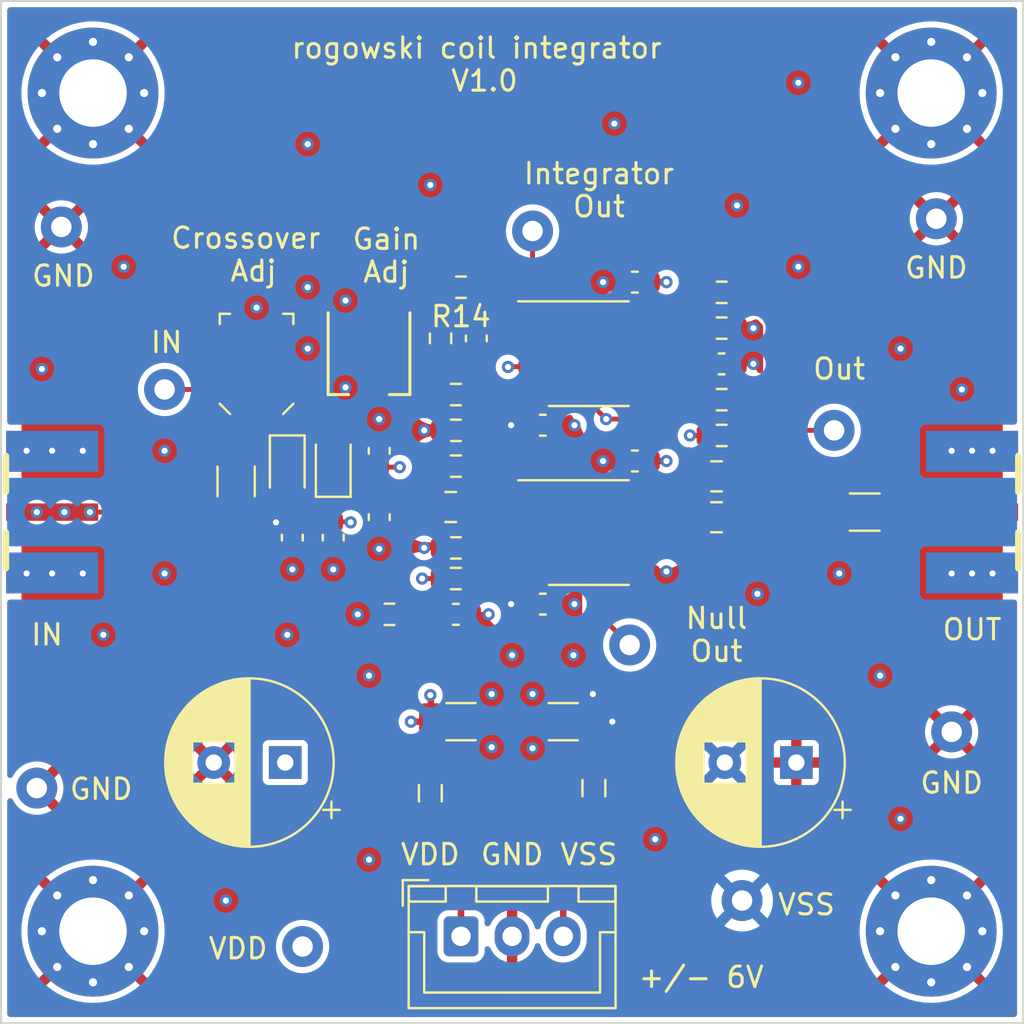
<source format=kicad_pcb>
(kicad_pcb (version 20211014) (generator pcbnew)
  (layers (0 "F.Cu" signal) (1 "In1.Cu" signal) (2 "In2.Cu" signal) (31 "B.Cu" signal) (34 "B.Paste" user) (35 "F.Paste" user) (36 "B.SilkS" user "B.Silkscreen") (37 "F.SilkS" user "F.Silkscreen") (38 "B.Mask" user) (39 "F.Mask" user) (44 "Edge.Cuts" user))
  (net 0 "")
  (net 1 "VDD")
  (net 2 "GND")
  (net 3 "VSS")
  (net 4 "Net-(C10-Pad1)")
  (net 5 "Net-(C14-Pad1)")
  (net 6 "Net-(C14-Pad2)")
  (net 7 "Net-(C15-Pad1)")
  (net 8 "Net-(C15-Pad2)")
  (net 9 "Net-(C16-Pad1)")
  (net 10 "Net-(C17-Pad2)")
  (net 11 "Net-(C19-Pad1)")
  (net 12 "Net-(FB1-Pad2)")
  (net 13 "Net-(FB2-Pad1)")
  (net 14 "Net-(J1-Pad1)")
  (net 15 "Net-(J7-Pad1)")
  (net 16 "Net-(R2-Pad2)")
  (net 17 "Net-(R5-Pad1)")
  (net 18 "Net-(R11-Pad1)")
  (net 19 "Net-(R12-Pad1)")
  (net 20 "Net-(U1-Pad6)")
  (net 21 "Net-(C17-Pad1)")
  (footprint "wbraun_smd:M3-tight-fit-socket-head" (layer "F.Cu") (at 195.5 79.5)
    (fp_text reference "J4" hide)
    (fp_text value "DNP" hide)
  )
  (footprint "Capacitor_SMD:C_0603_1608Metric" (layer "F.Cu") (at 181 97.5 180)
    (fp_text reference "C5" hide)
    (fp_text value "0.47u" hide)
  )
  (footprint "Package_SO:SOIC-8_3.9x4.9mm_P1.27mm" (layer "F.Cu") (at 178.75 101)
    (fp_text reference "U1" hide)
    (fp_text value "TLV2172" hide)
  )
  (footprint "Capacitor_SMD:C_0603_1608Metric" (layer "F.Cu") (at 168.5 100.25 -90)
    (fp_text reference "C9" hide)
    (fp_text value "150p" hide)
  )
  (footprint "Resistor_SMD:R_1206_3216Metric" (layer "F.Cu") (at 161.5 98.5 90)
    (fp_text reference "R1" hide)
    (fp_text value "47" hide)
  )
  (footprint "Diode_SMD:D_SOD-323F" (layer "F.Cu") (at 166.25 97.75 90)
    (fp_text reference "D1" hide)
    (fp_text value "1N4148" hide)
  )
  (footprint "Capacitor_SMD:C_0603_1608Metric" (layer "F.Cu") (at 164.25 101.25 90)
    (fp_text reference "C8" hide)
    (fp_text value "0.47u" hide)
  )
  (footprint "Resistor_SMD:R_0603_1608Metric" (layer "F.Cu") (at 185.25 94.5 180)
    (fp_text reference "R10" hide)
    (fp_text value "220" hide)
  )
  (footprint "Inductor_SMD:L_0805_2012Metric" (layer "F.Cu") (at 171 113.75 -90)
    (fp_text reference "FB1" hide)
    (fp_text value "FerriteBead_Small" hide)
  )
  (footprint "Capacitor_SMD:C_0603_1608Metric" (layer "F.Cu") (at 173.25 91.5 90)
    (fp_text reference "C14" hide)
    (fp_text value "330p" hide)
  )
  (footprint "Capacitor_SMD:C_0603_1608Metric" (layer "F.Cu") (at 166.25 101.25 -90)
    (fp_text reference "C7" hide)
    (fp_text value "0.47u" hide)
  )
  (footprint "wbraun_smd:THM_COMPACT" (layer "F.Cu") (at 164.75 121.25)
    (fp_text reference "TP9" hide)
    (fp_text value "TestPoint" hide)
  )
  (footprint "wbraun_smd:THM_COMPACT" (layer "F.Cu") (at 151.75 113.5)
    (fp_text reference "TP4" hide)
    (fp_text value "TestPoint" hide)
  )
  (footprint "Inductor_SMD:L_0805_2012Metric" (layer "F.Cu") (at 179 113.5 90)
    (fp_text reference "FB2" hide)
    (fp_text value "FerriteBead_Small" hide)
  )
  (footprint "wbraun_smd:THM_COMPACT" (layer "F.Cu") (at 190.75 96)
    (fp_text reference "TP8" hide)
    (fp_text value "TestPoint" hide)
  )
  (footprint "Capacitor_THT:CP_Radial_D8.0mm_P3.50mm" (layer "F.Cu") (at 163.902651 112.25 180)
    (fp_text reference "C1" hide)
    (fp_text value "220u" hide)
  )
  (footprint "wbraun_smd:THM_COMPACT" (layer "F.Cu") (at 195.75 85.65)
    (fp_text reference "TP7" hide)
    (fp_text value "TestPoint" hide)
  )
  (footprint "wbraun_smd:THM_COMPACT" (layer "F.Cu") (at 152.95 86.05)
    (fp_text reference "TP6" hide)
    (fp_text value "TestPoint" hide)
  )
  (footprint "Capacitor_SMD:C_1206_3216Metric" (layer "F.Cu") (at 172.5 110.25)
    (fp_text reference "C3" hide)
    (fp_text value "10u" hide)
  )
  (footprint "wbraun_smd:SMA-Edge-China" (layer "F.Cu") (at 152.5 100)
    (fp_text reference "J1" hide)
    (fp_text value "Conn_Coaxial" hide)
  )
  (footprint "Capacitor_SMD:C_0805_2012Metric" (layer "F.Cu") (at 172 99.75)
    (fp_text reference "C15" hide)
    (fp_text value "47n" hide)
  )
  (footprint "Capacitor_THT:CP_Radial_D8.0mm_P3.50mm" (layer "F.Cu") (at 188.902651 112.25 180)
    (fp_text reference "C2" hide)
    (fp_text value "220u" hide)
  )
  (footprint "Connector_JST:JST_XH_B3B-XH-A_1x03_P2.50mm_Vertical" (layer "F.Cu") (at 172.5 120.75)
    (fp_text reference "J2" hide)
    (fp_text value "JST-XH" hide)
  )
  (footprint "Capacitor_SMD:C_0603_1608Metric" (layer "F.Cu") (at 181 88.75 180)
    (fp_text reference "C12" hide)
    (fp_text value "0.47u" hide)
  )
  (footprint "wbraun_smd:THM_COMPACT" (layer "F.Cu") (at 196.5 110.75)
    (fp_text reference "TP5" hide)
    (fp_text value "TestPoint" hide)
  )
  (footprint "wbraun_smd:TRIMMER_PVG3A" (layer "F.Cu") (at 168 92.25 180)
    (fp_text reference "RV1" hide)
    (fp_text value "200" hide)
  )
  (footprint "Resistor_SMD:R_0603_1608Metric" (layer "F.Cu") (at 185.25 89.25 180)
    (fp_text reference "R12" hide)
    (fp_text value "2k" hide)
  )
  (footprint "Resistor_SMD:R_0603_1608Metric" (layer "F.Cu") (at 171.5 91.5 -90)
    (fp_text reference "R5" hide)
    (fp_text value "365" hide)
  )
  (footprint "Capacitor_SMD:C_1206_3216Metric" (layer "F.Cu") (at 177.5 110.25)
    (fp_text reference "C4" hide)
    (fp_text value "10u" hide)
  )
  (footprint "Resistor_SMD:R_0603_1608Metric" (layer "F.Cu") (at 172.25 101.75 180)
    (fp_text reference "R6" hide)
    (fp_text value "22k" hide)
  )
  (footprint "Capacitor_SMD:C_0805_2012Metric" (layer "F.Cu") (at 185 100.25)
    (fp_text reference "C18" hide)
    (fp_text value "47n" hide)
  )
  (footprint "Resistor_SMD:R_1206_3216Metric" (layer "F.Cu") (at 192.25 100 180)
    (fp_text reference "R13" hide)
    (fp_text value "47" hide)
  )
  (footprint "Resistor_SMD:R_0603_1608Metric" (layer "F.Cu") (at 169 105)
    (fp_text reference "R8" hide)
    (fp_text value "2k" hide)
  )
  (footprint "wbraun_smd:THM_COMPACT" (layer "F.Cu") (at 186.25 119)
    (fp_text reference "TP10" hide)
    (fp_text value "TestPoint" hide)
  )
  (footprint "Capacitor_SMD:C_0603_1608Metric" (layer "F.Cu") (at 168.5 97 90)
    (fp_text reference "C10" hide)
    (fp_text value "22p" hide)
  )
  (footprint "Resistor_SMD:R_0603_1608Metric" (layer "F.Cu") (at 185.25 91)
    (fp_text reference "R11" hide)
    (fp_text value "2k" hide)
  )
  (footprint "Capacitor_SMD:C_0603_1608Metric" (layer "F.Cu") (at 172.25 105)
    (fp_text reference "C16" hide)
    (fp_text value "DNP" hide)
  )
  (footprint "wbraun_smd:THM_COMPACT" (layer "F.Cu") (at 176 86.25)
    (fp_text reference "TP3" hide)
    (fp_text value "TestPoint" hide)
  )
  (footprint "Resistor_SMD:R_0603_1608Metric" (layer "F.Cu") (at 172.25 94.25)
    (fp_text reference "R2" hide)
    (fp_text value "4.7k" hide)
  )
  (footprint "wbraun_smd:THM_COMPACT" (layer "F.Cu") (at 158 94)
    (fp_text reference "TP1" hide)
    (fp_text value "TestPoint" hide)
  )
  (footprint "Resistor_SMD:R_0603_1608Metric" (layer "F.Cu") (at 185.25 96.25)
    (fp_text reference "R9" hide)
    (fp_text value "10k" hide)
  )
  (footprint "Capacitor_SMD:C_0603_1608Metric" (layer "F.Cu") (at 176.5 104.5 180)
    (fp_text reference "C6" hide)
    (fp_text value "0.47u" hide)
  )
  (footprint "Resistor_SMD:R_0603_1608Metric" (layer "F.Cu") (at 172.25 96)
    (fp_text reference "R3" hide)
    (fp_text value "10k" hide)
  )
  (footprint "wbraun_smd:THM_COMPACT" (layer "F.Cu") (at 180.75 106.5)
    (fp_text reference "TP2" hide)
    (fp_text value "TestPoint" hide)
  )
  (footprint "Package_SO:SOIC-8_3.9x4.9mm_P1.27mm" (layer "F.Cu") (at 178.75 92.25)
    (fp_text reference "U2" hide)
    (fp_text value "OPA2822" hide)
  )
  (footprint "Resistor_SMD:R_0603_1608Metric" (layer "F.Cu") (at 172.25 103.25 180)
    (fp_text reference "R7" hide)
    (fp_text value "47k" hide)
  )
  (footprint "Resistor_SMD:R_0603_1608Metric" (layer "F.Cu") (at 172.25 97.75 180)
    (fp_text reference "R4" hide)
    (fp_text value "47k" hide)
  )
  (footprint "wbraun_smd:M3-tight-fit-socket-head" (layer "F.Cu") (at 154.5 79.5)
    (fp_text reference "J3" hide)
    (fp_text value "DNP" hide)
  )
  (footprint "Capacitor_SMD:C_Trimmer_Voltronics_JZ" (layer "F.Cu") (at 162.5 92.75 90)
    (fp_text reference "C11" hide)
    (fp_text value "8-40p" hide)
  )
  (footprint "Capacitor_SMD:C_0603_1608Metric" (layer "F.Cu") (at 185.25 92.75)
    (fp_text reference "C19" hide)
    (fp_text value "22p" hide)
  )
  (footprint "wbraun_smd:M3-tight-fit-socket-head" (layer "F.Cu") (at 195.5 120.5)
    (fp_text reference "J6" hide)
    (fp_text value "DNP" hide)
  )
  (footprint "wbraun_smd:M3-tight-fit-socket-head" (layer "F.Cu") (at 154.5 120.5)
    (fp_text reference "J5" hide)
    (fp_text value "DNP" hide)
  )
  (footprint "Resistor_SMD:R_0603_1608Metric" (layer "F.Cu") (at 172.5 89 180)
    (fp_text reference "R14")
    (fp_text value "0")
  )
  (footprint "Diode_SMD:D_SOD-323F" (layer "F.Cu") (at 164 97.75 -90)
    (fp_text reference "D2" hide)
    (fp_text value "1N4148" hide)
  )
  (footprint "wbraun_smd:SMA-Edge-China" (layer "F.Cu") (at 197.5 100 180)
    (fp_text reference "J7" hide)
    (fp_text value "Conn_Coaxial" hide)
  )
  (footprint "Capacitor_SMD:C_0805_2012Metric" (layer "F.Cu") (at 185 98.25)
    (fp_text reference "C17" hide)
    (fp_text value "47n" hide)
  )
  (footprint "Capacitor_SMD:C_0603_1608Metric" (layer "F.Cu") (at 176.5 95.75 180)
    (fp_text reference "C13" hide)
    (fp_text value "0.47u" hide)
  )
  (gr_line (start 200 125) (end 200 75) (layer "Edge.Cuts") (width 0.1))
  (gr_line (start 200 75) (end 150 75) (layer "Edge.Cuts") (width 0.1))
  (gr_line (start 150 75) (end 150 125) (layer "Edge.Cuts") (width 0.1))
  (gr_line (start 150 125) (end 200 125) (layer "Edge.Cuts") (width 0.1))
  (gr_text "Null\nOut" (at 185 106) (layer "F.SilkS") (effects (font (size 1 1))))
  (gr_text "VDD" (at 171 116.75) (layer "F.SilkS") (effects (font (size 1 1))))
  (gr_text "GND" (at 154.9 113.55) (layer "F.SilkS") (effects (font (size 1 1))))
  (gr_text "OUT" (at 197.5 105.75) (layer "F.SilkS") (effects (font (size 1 1))))
  (gr_text "Gain\nAdj" (at 168.85 87.45) (layer "F.SilkS") (effects (font (size 1 1))))
  (gr_text "Out" (at 191 93) (layer "F.SilkS") (effects (font (size 1 1))))
  (gr_text "GND" (at 195.75 88.05) (layer "F.SilkS") (effects (font (size 1 1))))
  (gr_text "IN" (at 158.1 91.7) (layer "F.SilkS") (effects (font (size 1 1))))
  (gr_text "GND" (at 153.05 88.45) (layer "F.SilkS") (effects (font (size 1 1))))
  (gr_text "rogowski coil integrator \nV1.0" (at 173.65 78.1) (layer "F.SilkS") (effects (font (size 1 1))))
  (gr_text "VDD" (at 161.6 121.35) (layer "F.SilkS") (effects (font (size 1 1))))
  (gr_text "GND" (at 196.5 113.25) (layer "F.SilkS") (effects (font (size 1 1))))
  (gr_text "VSS" (at 189.4 119.2) (layer "F.SilkS") (effects (font (size 1 1))))
  (gr_text "VSS" (at 178.75 116.75) (layer "F.SilkS") (effects (font (size 1 1))))
  (gr_text "+/- 6V" (at 184.25 122.75) (layer "F.SilkS") (effects (font (size 1 1))))
  (gr_text "Integrator\nOut" (at 179.25 84.25) (layer "F.SilkS") (effects (font (size 1 1))))
  (gr_text "GND" (at 175 116.75) (layer "F.SilkS") (effects (font (size 1 1))))
  (gr_text "IN" (at 152.25 106) (layer "F.SilkS") (effects (font (size 1 1))))
  (gr_text "Crossover \nAdj" (at 162.35 87.4) (layer "F.SilkS") (effects (font (size 1 1))))
  (segment (start 181.225 98.675) (end 181.225 99.095) (width 0.32) (layer "F.Cu") (net 1))
  (segment (start 171 110.275) (end 171.025 110.25) (width 0.32) (layer "F.Cu") (net 1))
  (segment (start 171.025 108.975) (end 171 108.95) (width 0.32) (layer "F.Cu") (net 1))
  (segment (start 181.775 89.375) (end 181.775 88.75) (width 0.32) (layer "F.Cu") (net 1))
  (segment (start 181.775 97.5) (end 181.775 98.125) (width 0.32) (layer "F.Cu") (net 1))
  (segment (start 181.775 88.75) (end 182.55 88.75) (width 0.32) (layer "F.Cu") (net 1))
  (segment (start 171.025 110.25) (end 171.025 108.975) (width 0.32) (layer "F.Cu") (net 1))
  (segment (start 181.775 97.5) (end 182.55 97.5) (width 0.32) (layer "F.Cu") (net 1))
  (segment (start 181.775 98.125) (end 181.225 98.675) (width 0.32) (layer "F.Cu") (net 1))
  (segment (start 166.25 100.475) (end 166.25 98.85) (width 0.24) (layer "F.Cu") (net 1))
  (segment (start 181.225 90.345) (end 181.225 89.925) (width 0.32) (layer "F.Cu") (net 1))
  (segment (start 166.25 100.475) (end 167.075 100.475) (width 0.24) (layer "F.Cu") (net 1))
  (segment (start 167.075 100.475) (end 167.1 100.5) (width 0.24) (layer "F.Cu") (net 1))
  (segment (start 181.225 89.925) (end 181.775 89.375) (width 0.32) (layer "F.Cu") (net 1))
  (segment (start 171.025 110.25) (end 170.05 110.25) (width 0.32) (layer "F.Cu") (net 1))
  (segment (start 171 112.6875) (end 171 110.275) (width 0.32) (layer "F.Cu") (net 1))
  (via (at 182.55 97.5) (size 0.6) (drill 0.3) (layers "F.Cu" "B.Cu") (net 1))
  (via (at 167.1 100.5) (size 0.6) (drill 0.3) (layers "F.Cu" "B.Cu") (net 1))
  (via (at 171 108.95) (size 0.6) (drill 0.3) (layers "F.Cu" "B.Cu") (net 1))
  (via (at 170.05 110.25) (size 0.6) (drill 0.3) (layers "F.Cu" "B.Cu") (net 1))
  (via (at 182.55 88.75) (size 0.6) (drill 0.3) (layers "F.Cu" "B.Cu") (net 1))
  (segment (start 186.025 92.75) (end 186.8 92.75) (width 0.24) (layer "F.Cu") (net 2))
  (segment (start 171.425 101.75) (end 170.7 101.75) (width 0.24) (layer "F.Cu") (net 2))
  (segment (start 173.025 105) (end 173.85 105) (width 0.24) (layer "F.Cu") (net 2))
  (segment (start 168.5 101.025) (end 168.5 101.8) (width 0.24) (layer "F.Cu") (net 2))
  (segment (start 181.225 102.905) (end 182.545 102.905) (width 0.32) (layer "F.Cu") (net 2))
  (segment (start 168.175 105) (end 167.45 105) (width 0.24) (layer "F.Cu") (net 2))
  (segment (start 176.025 110.25) (end 176.025 111.525) (width 0.32) (layer "F.Cu") (net 2))
  (segment (start 184.425 96.25) (end 183.7 96.25) (width 0.24) (layer "F.Cu") (net 2))
  (segment (start 166.25 102.025) (end 166.25 102.8) (width 0.24) (layer "F.Cu") (net 2))
  (segment (start 176.025 108.925) (end 176 108.9) (width 0.32) (layer "F.Cu") (net 2))
  (segment (start 180.225 88.75) (end 179.45 88.75) (width 0.32) (layer "F.Cu") (net 2))
  (segment (start 186.075 91) (end 186.8 91) (width 0.24) (layer "F.Cu") (net 2))
  (segment (start 180.225 97.5) (end 179.45 97.5) (width 0.32) (layer "F.Cu") (net 2))
  (segment (start 182.545 102.905) (end 182.55 102.9) (width 0.32) (layer "F.Cu") (net 2))
  (segment (start 162.5 90.8) (end 162.5 90) (width 0.32) (layer "F.Cu") (net 2))
  (segment (start 176.025 111.525) (end 176 111.55) (width 0.32) (layer "F.Cu") (net 2))
  (segment (start 177.275 104.5) (end 178.05 104.5) (width 0.32) (layer "F.Cu") (net 2))
  (segment (start 173.975 110.25) (end 173.975 111.475) (width 0.32) (layer "F.Cu") (net 2))
  (segment (start 173.975 111.475) (end 174 111.5) (width 0.32) (layer "F.Cu") (net 2))
  (segment (start 176.025 110.25) (end 176.025 108.925) (width 0.32) (layer "F.Cu") (net 2))
  (segment (start 164.25 102.025) (end 164.25 102.8) (width 0.24) (layer "F.Cu") (net 2))
  (segment (start 173.975 108.925) (end 174 108.9) (width 0.32) (layer "F.Cu") (net 2))
  (segment (start 173.975 110.25) (end 173.975 108.925) (width 0.32) (layer "F.Cu") (net 2))
  (segment (start 166.85 90.6) (end 166.85 89.65) (width 0.32) (layer "F.Cu") (net 2))
  (segment (start 177.275 95.75) (end 178.05 95.75) (width 0.32) (layer "F.Cu") (net 2))
  (segment (start 168 93.9) (end 166.85 93.9) (width 0.32) (layer "F.Cu") (net 2))
  (segment (start 168.5 96.225) (end 168.5 95.45) (width 0.24) (layer "F.Cu") (net 2))
  (segment (start 171.425 96) (end 170.7 96) (width 0.24) (layer "F.Cu") (net 2))
  (via (at 197.5 103) (size 0.6) (drill 0.3) (layers "F.Cu" "B.Cu") (net 2))
  (via (at 189 88) (size 0.6) (drill 0.3) (layers "F.Cu" "B.Cu") (net 2))
  (via (at 194 115) (size 0.6) (drill 0.3) (layers "F.Cu" "B.Cu") (net 2))
  (via (at 186 85) (size 0.6) (drill 0.3) (layers "F.Cu" "B.Cu") (net 2))
  (via (at 193 108) (size 0.6) (drill 0.3) (layers "F.Cu" "B.Cu") (net 2))
  (via (at 173.85 105) (size 0.6) (drill 0.3) (layers "F.Cu" "B.Cu") (net 2))
  (via (at 186.8 91) (size 0.6) (drill 0.3) (layers "F.Cu" "B.Cu") (net 2))
  (via (at 168.5 101.8) (size 0.6) (drill 0.3) (layers "F.Cu" "B.Cu") (net 2))
  (via (at 165 89) (size 0.6) (drill 0.3) (layers "F.Cu" "B.Cu") (net 2))
  (via (at 166.25 102.8) (size 0.6) (drill 0.3) (layers "F.Cu" "B.Cu") (net 2))
  (via (at 198.5 103) (size 0.6) (drill 0.3) (layers "F.Cu" "B.Cu") (net 2))
  (via (at 174 108.9) (size 0.6) (drill 0.3) (layers "F.Cu" "B.Cu") (net 2))
  (via (at 183.7 96.25) (size 0.6) (drill 0.3) (layers "F.Cu" "B.Cu") (net 2))
  (via (at 189 79) (size 0.6) (drill 0.3) (layers "F.Cu" "B.Cu") (net 2))
  (via (at 176 111.55) (size 0.6) (drill 0.3) (layers "F.Cu" "B.Cu") (net 2))
  (via (at 156 88) (size 0.6) (drill 0.3) (layers "F.Cu" "B.Cu") (net 2))
  (via (at 197 94) (size 0.6) (drill 0.3) (layers "F.Cu" "B.Cu") (net 2))
  (via (at 164.25 102.8) (size 0.6) (drill 0.3) (layers "F.Cu" "B.Cu") (net 2))
  (via (at 158 97) (size 0.6) (drill 0.3) (layers "F.Cu" "B.Cu") (net 2))
  (via (at 176 108.9) (size 0.6) (drill 0.3) (layers "F.Cu" "B.Cu") (net 2))
  (via (at 178.05 95.75) (size 0.6) (drill 0.3) (layers "F.Cu" "B.Cu") (net 2))
  (via (at 197.5 97) (size 0.6) (drill 0.3) (layers "F.Cu" "B.Cu") (net 2))
  (via (at 186.8 92.75) (size 0.6) (drill 0.3) (layers "F.Cu" "B.Cu") (net 2))
  (via (at 152.5 97) (size 0.6) (drill 0.3) (layers "F.Cu" "B.Cu") (net 2))
  (via (at 175 107) (size 0.6) (drill 0.3) (layers "F.Cu" "B.Cu") (net 2))
  (via (at 179.45 97.5) (size 0.6) (drill 0.3) (layers "F.Cu" "B.Cu") (net 2))
  (via (at 191 103) (size 0.6) (drill 0.3) (layers "F.Cu" "B.Cu") (net 2))
  (via (at 165 82) (size 0.6) (drill 0.3) (layers "F.Cu" "B.Cu") (net 2))
  (via (at 151.25 103) (size 0.6) (drill 0.3) (layers "F.Cu" "B.Cu") (net 2))
  (via (at 158 103) (size 0.6) (drill 0.3) (layers "F.Cu" "B.Cu") (net 2))
  (via (at 168.5 95.45) (size 0.6) (drill 0.3) (layers "F.Cu" "B.Cu") (net 2))
  (via (at 178 107) (size 0.6) (drill 0.3) (layers "F.Cu" "B.Cu") (net 2))
  (via (at 196.5 103) (size 0.6) (drill 0.3) (layers "F.Cu" "B.Cu") (net 2))
  (via (at 154 97) (size 0.6) (drill 0.3) (layers "F.Cu" "B.Cu") (net 2))
  (via (at 166.85 93.9) (size 0.6) (drill 0.3) (layers "F.Cu" "B.Cu") (net 2))
  (via (at 180 81) (size 0.6) (drill 0.3) (layers "F.Cu" "B.Cu") (net 2))
  (via (at 166.85 89.65) (size 0.6) (drill 0.3) (layers "F.Cu" "B.Cu") (net 2))
  (via (at 154 103) (size 0.6) (drill 0.3) (layers "F.Cu" "B.Cu") (net 2))
  (via (at 170.7 101.75) (size 0.6) (drill 0.3) (layers "F.Cu" "B.Cu") (net 2))
  (via (at 194 92) (size 0.6) (drill 0.3) (layers "F.Cu" "B.Cu") (net 2))
  (via (at 170.7 96) (size 0.6) (drill 0.3) (layers "F.Cu" "B.Cu") (net 2))
  (via (at 165 92) (size 0.6) (drill 0.3) (layers "F.Cu" "B.Cu") (net 2))
  (via (at 178.05 104.5) (size 0.6) (drill 0.3) (layers "F.Cu" "B.Cu") (net 2))
  (via (at 161 119) (size 0.6) (drill 0.3) (layers "F.Cu" "B.Cu") (net 2))
  (via (at 152 93) (size 0.6) (drill 0.3) (layers "F.Cu" "B.Cu") (net 2))
  (via (at 182 116) (size 0.6) (drill 0.3) (layers "F.Cu" "B.Cu") (net 2))
  (via (at 198.5 97) (size 0.6) (drill 0.3) (layers "F.Cu" "B.Cu") (net 2))
  (via (at 171 84) (size 0.6) (drill 0.3) (layers "F.Cu" "B.Cu") (net 2))
  (via (at 179.45 88.75) (size 0.6) (drill 0.3) (layers "F.Cu" "B.Cu") (net 2))
  (via (at 152.5 103) (size 0.6) (drill 0.3) (layers "F.Cu" "B.Cu") (net 2))
  (via (at 162.5 90) (size 0.6) (drill 0.3) (layers "F.Cu" "B.Cu") (net 2))
  (via (at 155 106) (size 0.6) (drill 0.3) (layers "F.Cu" "B.Cu") (net 2))
  (via (at 151.25 97) (size 0.6) (drill 0.3) (layers "F.Cu" "B.Cu") (net 2))
  (via (at 168 117) (size 0.6) (drill 0.3) (layers "F.Cu" "B.Cu") (net 2))
  (via (at 174 111.5) (size 0.6) (drill 0.3) (layers "F.Cu" "B.Cu") (net 2))
  (via (at 164 106) (size 0.6) (drill 0.3) (layers "F.Cu" "B.Cu") (net 2))
  (via (at 182.55 102.9) (size 0.6) (drill 0.3) (layers "F.Cu" "B.Cu") (net 2))
  (via (at 168 108) (size 0.6) (drill 0.3) (layers "F.Cu" "B.Cu") (net 2))
  (via (at 196.5 97) (size 0.6) (drill 0.3) (layers "F.Cu" "B.Cu") (net 2))
  (via (at 167.45 105) (size 0.6) (drill 0.3) (layers "F.Cu" "B.Cu") (net 2))
  (via (at 187 104) (size 0.6) (drill 0.3) (layers "F.Cu" "B.Cu") (net 2))
  (segment (start 178.975 110.25) (end 179.9 110.25) (width 0.32) (layer "F.Cu") (net 3))
  (segment (start 175.725 104.5) (end 174.95 104.5) (width 0.32) (layer "F.Cu") (net 3))
  (segment (start 176.275 103.375) (end 176.275 102.905) (width 0.32) (layer "F.Cu") (net 3))
  (segment (start 176.275 94.155) (end 176.275 94.675) (width 0.32) (layer "F.Cu") (net 3))
  (segment (start 164.25 100.475) (end 163.475 100.475) (width 0.24) (layer "F.Cu") (net 3))
  (segment (start 179 112.4375) (end 179 110.275) (width 0.32) (layer "F.Cu") (net 3))
  (segment (start 179 110.275) (end 178.975 110.25) (width 0.32) (layer "F.Cu") (net 3))
  (segment (start 164.25 100.475) (end 164.25 100) (width 0.24) (layer "F.Cu") (net 3))
  (segment (start 163.475 100.475) (end 163.45 100.5) (width 0.24) (layer "F.Cu") (net 3))
  (segment (start 164 99.75) (end 164 98.85) (width 0.24) (layer "F.Cu") (net 3))
  (segment (start 176.275 94.675) (end 175.725 95.225) (width 0.32) (layer "F.Cu") (net 3))
  (segment (start 175.725 95.225) (end 175.725 95.75) (width 0.32) (layer "F.Cu") (net 3))
  (segment (start 175.725 103.925) (end 176.275 103.375) (width 0.32) (layer "F.Cu") (net 3))
  (segment (start 175.725 95.75) (end 174.95 95.75) (width 0.32) (layer "F.Cu") (net 3))
  (segment (start 175.725 104.5) (end 175.725 103.925) (width 0.32) (layer "F.Cu") (net 3))
  (segment (start 164.25 100) (end 164 99.75) (width 0.24) (layer "F.Cu") (net 3))
  (segment (start 178.975 110.25) (end 178.975 108.925) (width 0.32) (layer "F.Cu") (net 3))
  (segment (start 178.975 108.925) (end 178.95 108.9) (width 0.32) (layer "F.Cu") (net 3))
  (via (at 179.9 110.25) (size 0.6) (drill 0.3) (layers "F.Cu" "B.Cu") (net 3))
  (via (at 163.45 100.5) (size 0.6) (drill 0.3) (layers "F.Cu" "B.Cu") (net 3))
  (via (at 178.95 108.9) (size 0.6) (drill 0.3) (layers "F.Cu" "B.Cu") (net 3))
  (via (at 174.95 104.5) (size 0.6) (drill 0.3) (layers "F.Cu" "B.Cu") (net 3))
  (via (at 174.95 95.75) (size 0.6) (drill 0.3) (layers "F.Cu" "B.Cu") (net 3))
  (segment (start 164 96.65) (end 164 95.2) (width 0.24) (layer "F.Cu") (net 4))
  (segment (start 168.525 97.8) (end 168.5 97.775) (width 0.24) (layer "F.Cu") (net 4))
  (segment (start 166.85 96.65) (end 167.4 97.2) (width 0.24) (layer "F.Cu") (net 4))
  (segment (start 174.815 92.885) (end 174.8 92.9) (width 0.24) (layer "F.Cu") (net 4))
  (segment (start 168.5 97.775) (end 168.5 99.475) (width 0.24) (layer "F.Cu") (net 4))
  (segment (start 176.275 92.885) (end 174.815 92.885) (width 0.24) (layer "F.Cu") (net 4))
  (segment (start 164 95.2) (end 163.45 94.65) (width 0.24) (layer "F.Cu") (net 4))
  (segment (start 162.7625 97.0375) (end 163.15 96.65) (width 0.24) (layer "F.Cu") (net 4))
  (segment (start 162.5 94.7) (end 160.6 94.7) (width 0.24) (layer "F.Cu") (net 4))
  (segment (start 161.5 97.0375) (end 162.7625 97.0375) (width 0.24) (layer "F.Cu") (net 4))
  (segment (start 162.55 94.65) (end 162.5 94.7) (width 0.24) (layer "F.Cu") (net 4))
  (segment (start 159.9 94) (end 158 94) (width 0.24) (layer "F.Cu") (net 4))
  (segment (start 168.425 97.7) (end 168.5 97.775) (width 0.24) (layer "F.Cu") (net 4))
  (segment (start 164 96.65) (end 166.25 96.65) (width 0.24) (layer "F.Cu") (net 4))
  (segment (start 169.5 97.8) (end 168.525 97.8) (width 0.24) (layer "F.Cu") (net 4))
  (segment (start 167.4 97.55) (end 167.55 97.7) (width 0.24) (layer "F.Cu") (net 4))
  (segment (start 163.45 94.65) (end 162.55 94.65) (width 0.24) (layer "F.Cu") (net 4))
  (segment (start 160.6 94.7) (end 159.9 94) (width 0.24) (layer "F.Cu") (net 4))
  (segment (start 166.25 96.65) (end 166.85 96.65) (width 0.24) (layer "F.Cu") (net 4))
  (segment (start 163.15 96.65) (end 164 96.65) (width 0.24) (layer "F.Cu") (net 4))
  (segment (start 167.4 97.2) (end 167.4 97.55) (width 0.24) (layer "F.Cu") (net 4))
  (segment (start 167.55 97.7) (end 168.425 97.7) (width 0.24) (layer "F.Cu") (net 4))
  (via (at 169.5 97.8) (size 0.6) (drill 0.3) (layers "F.Cu" "B.Cu") (net 4))
  (via (at 174.8 92.9) (size 0.6) (drill 0.3) (layers "F.Cu" "B.Cu") (net 4))
  (segment (start 171.5 92.325) (end 171.5 94.175) (width 0.24) (layer "F.Cu") (net 5))
  (segment (start 171.55 92.275) (end 171.5 92.325) (width 0.24) (layer "F.Cu") (net 5))
  (segment (start 173.25 92.275) (end 171.55 92.275) (width 0.24) (layer "F.Cu") (net 5))
  (segment (start 171.5 94.175) (end 171.425 94.25) (width 0.24) (layer "F.Cu") (net 5))
  (segment (start 176.275 91.615) (end 174.935 91.615) (width 0.24) (layer "F.Cu") (net 5))
  (segment (start 174.275 92.275) (end 173.25 92.275) (width 0.24) (layer "F.Cu") (net 5))
  (segment (start 174.935 91.615) (end 174.275 92.275) (width 0.24) (layer "F.Cu") (net 5))
  (segment (start 173.25 90.05) (end 173.1 89.9) (width 0.24) (layer "F.Cu") (net 6))
  (segment (start 171.9 89.9) (end 171.675 89.675) (width 0.24) (layer "F.Cu") (net 6))
  (segment (start 173.1 89.9) (end 171.9 89.9) (width 0.24) (layer "F.Cu") (net 6))
  (segment (start 173.25 90.725) (end 173.25 90.05) (width 0.24) (layer "F.Cu") (net 6))
  (segment (start 171.675 89.675) (end 171.675 89) (width 0.24) (layer "F.Cu") (net 6))
  (segment (start 171.425 97.75) (end 171.425 98.525) (width 0.24) (layer "F.Cu") (net 7))
  (segment (start 173.85 98.6) (end 171.5 98.6) (width 0.24) (layer "F.Cu") (net 7))
  (segment (start 174.345 99.095) (end 173.85 98.6) (width 0.24) (layer "F.Cu") (net 7))
  (segment (start 176.275 99.095) (end 174.345 99.095) (width 0.24) (layer "F.Cu") (net 7))
  (segment (start 171.05 98.75) (end 171.05 99.75) (width 0.24) (layer "F.Cu") (net 7))
  (segment (start 171.2 98.6) (end 171.05 98.75) (width 0.24) (layer "F.Cu") (net 7))
  (segment (start 176.275 99.095) (end 178.045 99.095) (width 0.24) (layer "F.Cu") (net 7))
  (segment (start 178.045 99.095) (end 179.55 100.6) (width 0.24) (layer "F.Cu") (net 7))
  (segment (start 171.425 98.525) (end 171.5 98.6) (width 0.24) (layer "F.Cu") (net 7))
  (segment (start 171.5 98.6) (end 171.2 98.6) (width 0.24) (layer "F.Cu") (net 7))
  (segment (start 179.55 105.3) (end 180.75 106.5) (width 0.24) (layer "F.Cu") (net 7))
  (segment (start 179.55 100.6) (end 179.55 105.3) (width 0.24) (layer "F.Cu") (net 7))
  (segment (start 173.075 100.975) (end 172.9 100.8) (width 0.24) (layer "F.Cu") (net 8))
  (segment (start 172.9 100.8) (end 172.9 99.8) (width 0.24) (layer "F.Cu") (net 8))
  (segment (start 173.075 101.75) (end 173.075 100.975) (width 0.24) (layer "F.Cu") (net 8))
  (segment (start 174.665 100.365) (end 176.275 100.365) (width 0.24) (layer "F.Cu") (net 8))
  (segment (start 174.05 99.75) (end 174.665 100.365) (width 0.24) (layer "F.Cu") (net 8))
  (segment (start 172.9 99.8) (end 172.95 99.75) (width 0.24) (layer "F.Cu") (net 8))
  (segment (start 172.95 99.75) (end 174.05 99.75) (width 0.24) (layer "F.Cu") (net 8))
  (segment (start 174.4 102.85) (end 174 103.25) (width 0.24) (layer "F.Cu") (net 9))
  (segment (start 173.075 103.25) (end 173.075 103.925) (width 0.24) (layer "F.Cu") (net 9))
  (segment (start 172.95 104.05) (end 171.8 104.05) (width 0.24) (layer "F.Cu") (net 9))
  (segment (start 174.765 101.635) (end 174.4 102) (width 0.24) (layer "F.Cu") (net 9))
  (segment (start 169.825 105) (end 171.475 105) (width 0.24) (layer "F.Cu") (net 9))
  (segment (start 173.075 103.925) (end 172.95 104.05) (width 0.24) (layer "F.Cu") (net 9))
  (segment (start 174 103.25) (end 173.075 103.25) (width 0.24) (layer "F.Cu") (net 9))
  (segment (start 171.8 104.05) (end 171.475 104.375) (width 0.24) (layer "F.Cu") (net 9))
  (segment (start 174.4 102) (end 174.4 102.85) (width 0.24) (layer "F.Cu") (net 9))
  (segment (start 171.475 104.375) (end 171.475 105) (width 0.24) (layer "F.Cu") (net 9))
  (segment (start 176.275 101.635) (end 174.765 101.635) (width 0.24) (layer "F.Cu") (net 9))
  (segment (start 184.425 94.5) (end 184.425 95.275) (width 0.24) (layer "F.Cu") (net 10))
  (segment (start 184.55 95.4) (end 185.9 95.4) (width 0.24) (layer "F.Cu") (net 10))
  (segment (start 186.075 96.25) (end 186.075 97.175) (width 0.24) (layer "F.Cu") (net 10))
  (segment (start 185.95 97.3) (end 185.95 98.25) (width 0.24) (layer "F.Cu") (net 10))
  (segment (start 184.425 95.275) (end 184.55 95.4) (width 0.24) (layer "F.Cu") (net 10))
  (segment (start 185.9 95.4) (end 186.075 95.575) (width 0.24) (layer "F.Cu") (net 10))
  (segment (start 186.075 95.575) (end 186.075 96.25) (width 0.24) (layer "F.Cu") (net 10))
  (segment (start 186.075 97.175) (end 185.95 97.3) (width 0.24) (layer "F.Cu") (net 10))
  (segment (start 185.95 98.25) (end 185.95 100.25) (width 0.24) (layer "F.Cu") (net 10))
  (segment (start 184.475 92.75) (end 184.475 93.375) (width 0.24) (layer "F.Cu") (net 11))
  (segment (start 181.225 94.155) (end 182.345 94.155) (width 0.24) (layer "F.Cu") (net 11))
  (segment (start 184.475 93.375) (end 184.7 93.6) (width 0.24) (layer "F.Cu") (net 11))
  (segment (start 186.075 93.775) (end 186.075 94.5) (width 0.24) (layer "F.Cu") (net 11))
  (segment (start 183.75 92.75) (end 184.475 92.75) (width 0.24) (layer "F.Cu") (net 11))
  (segment (start 182.345 94.155) (end 183.75 92.75) (width 0.24) (layer "F.Cu") (net 11))
  (segment (start 184.7 93.6) (end 185.9 93.6) (width 0.24) (layer "F.Cu") (net 11))
  (segment (start 185.9 93.6) (end 186.075 93.775) (width 0.24) (layer "F.Cu") (net 11))
  (segment (start 172.5 117.3) (end 171 115.8) (width 0.32) (layer "F.Cu") (net 12))
  (segment (start 172.5 120.75) (end 172.5 117.3) (width 0.32) (layer "F.Cu") (net 12))
  (segment (start 171 115.8) (end 171 114.8125) (width 0.32) (layer "F.Cu") (net 12))
  (segment (start 179 115.7) (end 179 114.5625) (width 0.32) (layer "F.Cu") (net 13))
  (segment (start 177.5 120.75) (end 177.5 117.2) (width 0.32) (layer "F.Cu") (net 13))
  (segment (start 177.5 117.2) (end 179 115.7) (width 0.32) (layer "F.Cu") (net 13))
  (segment (start 161.4625 100) (end 161.5 99.9625) (width 0.24) (layer "F.Cu") (net 14))
  (segment (start 152.5 100) (end 153.1 100) (width 0.24) (layer "F.Cu") (net 14))
  (segment (start 153.1 100) (end 154.35 100) (width 0.24) (layer "F.Cu") (net 14))
  (segment (start 154.35 100) (end 161.4625 100) (width 0.24) (layer "F.Cu") (net 14))
  (via (at 154.35 100) (size 0.6) (drill 0.3) (layers "F.Cu" "B.Cu") (net 14))
  (via (at 151.75 100) (size 0.6) (drill 0.3) (layers "F.Cu" "B.Cu") (net 14))
  (via (at 153.1 100) (size 0.6) (drill 0.3) (layers "F.Cu" "B.Cu") (net 14))
  (segment (start 193.7125 100) (end 197.5 100) (width 0.24) (layer "F.Cu") (net 15))
  (segment (start 173.075 94.25) (end 173.075 96) (width 0.24) (layer "F.Cu") (net 16))
  (segment (start 173.075 96) (end 173.075 97.75) (width 0.24) (layer "F.Cu") (net 16))
  (segment (start 169.15 90.6) (end 171.425 90.6) (width 0.24) (layer "F.Cu") (net 17))
  (segment (start 171.425 90.6) (end 171.5 90.675) (width 0.24) (layer "F.Cu") (net 17))
  (segment (start 184.425 89.25) (end 184.425 91) (width 0.24) (layer "F.Cu") (net 18))
  (segment (start 182.565 92.885) (end 183.65 91.8) (width 0.24) (layer "F.Cu") (net 18))
  (segment (start 181.225 92.885) (end 182.565 92.885) (width 0.24) (layer "F.Cu") (net 18))
  (segment (start 184.425 91.675) (end 184.425 91) (width 0.24) (layer "F.Cu") (net 18))
  (segment (start 183.65 91.8) (end 184.3 91.8) (width 0.24) (layer "F.Cu") (net 18))
  (segment (start 184.3 91.8) (end 184.425 91.675) (width 0.24) (layer "F.Cu") (net 18))
  (segment (start 190.75 96) (end 188.4 96) (width 0.24) (layer "F.Cu") (net 19))
  (segment (start 188.4 96) (end 188.4 99.15) (width 0.24) (layer "F.Cu") (net 19))
  (segment (start 183.3 88.5) (end 183.65 88.15) (width 0.24) (layer "F.Cu") (net 19))
  (segment (start 186.075 89.25) (end 187.25 89.25) (width 0.24) (layer "F.Cu") (net 19))
  (segment (start 183.3 90.85) (end 183.3 88.5) (width 0.24) (layer "F.Cu") (net 19))
  (segment (start 188.4 90.4) (end 188.4 96) (width 0.24) (layer "F.Cu") (net 19))
  (segment (start 187.25 89.25) (end 188.4 90.4) (width 0.24) (layer "F.Cu") (net 19))
  (segment (start 183.65 88.15) (end 185.9 88.15) (width 0.24) (layer "F.Cu") (net 19))
  (segment (start 185.9 88.15) (end 186.075 88.325) (width 0.24) (layer "F.Cu") (net 19))
  (segment (start 189.25 100) (end 190.7875 100) (width 0.24) (layer "F.Cu") (net 19))
  (segment (start 182.535 91.615) (end 183.3 90.85) (width 0.24) (layer "F.Cu") (net 19))
  (segment (start 188.4 99.15) (end 189.25 100) (width 0.24) (layer "F.Cu") (net 19))
  (segment (start 186.075 88.325) (end 186.075 89.25) (width 0.24) (layer "F.Cu") (net 19))
  (segment (start 181.225 91.615) (end 182.535 91.615) (width 0.24) (layer "F.Cu") (net 19))
  (segment (start 182.515 101.635) (end 182.7 101.45) (width 0.24) (layer "F.Cu") (net 20))
  (segment (start 182.565 100.365) (end 181.225 100.365) (width 0.24) (layer "F.Cu") (net 20))
  (segment (start 182.7 101.45) (end 182.7 100.5) (width 0.24) (layer "F.Cu") (net 20))
  (segment (start 182.7 100.5) (end 182.565 100.365) (width 0.24) (layer "F.Cu") (net 20))
  (segment (start 181.225 101.635) (end 182.515 101.635) (width 0.24) (layer "F.Cu") (net 20))
  (segment (start 178.045 90.345) (end 176.275 90.345) (width 0.24) (layer "F.Cu") (net 21))
  (segment (start 183.65 96.95) (end 183.2 96.95) (width 0.24) (layer "F.Cu") (net 21))
  (segment (start 178.95 91.25) (end 178.045 90.345) (width 0.24) (layer "F.Cu") (net 21))
  (segment (start 173.325 89) (end 174.15 89) (width 0.24) (layer "F.Cu") (net 21))
  (segment (start 184.05 98.25) (end 184.05 97.35) (width 0.24) (layer "F.Cu") (net 21))
  (segment (start 184.05 97.35) (end 183.65 96.95) (width 0.24) (layer "F.Cu") (net 21))
  (segment (start 171.425 103.25) (end 170.6 103.25) (width 0.24) (layer "F.Cu") (net 21))
  (segment (start 174.945 90.345) (end 176.275 90.345) (width 0.24) (layer "F.Cu") (net 21))
  (segment (start 184.05 100.25) (end 184.05 98.25) (width 0.24) (layer "F.Cu") (net 21))
  (segment (start 183.2 96.95) (end 181.7 95.45) (width 0.24) (layer "F.Cu") (net 21))
  (segment (start 176 88.75) (end 176 86.25) (width 0.24) (layer "F.Cu") (net 21))
  (segment (start 174.6 90) (end 174.945 90.345) (width 0.24) (layer "F.Cu") (net 21))
  (segment (start 181.7 95.45) (end 179.6 95.45) (width 0.24) (layer "F.Cu") (net 21))
  (segment (start 178.95 94.8) (end 178.95 91.25) (width 0.24) (layer "F.Cu") (net 21))
  (segment (start 174.15 89) (end 174.6 89.45) (width 0.24) (layer "F.Cu") (net 21))
  (segment (start 176.275 89.025) (end 176 88.75) (width 0.24) (layer "F.Cu") (net 21))
  (segment (start 174.6 89.45) (end 174.6 90) (width 0.24) (layer "F.Cu") (net 21))
  (segment (start 179.6 95.45) (end 178.95 94.8) (width 0.24) (layer "F.Cu") (net 21))
  (segment (start 176.275 90.345) (end 176.275 89.025) (width 0.24) (layer "F.Cu") (net 21))
  (via (at 170.6 103.25) (size 0.6) (drill 0.3) (layers "F.Cu" "B.Cu") (net 21))
  (via (at 179.6 95.45) (size 0.6) (drill 0.3) (layers "F.Cu" "B.Cu") (net 21))
  (zone (net 2) (net_name "GND") (layer "F.Cu") (priority 1) (connect_pads thru_hole_only (clearance 1)) (min_thickness 0.3) (fill yes (thermal_gap 0.508) (thermal_bridge_width 0.508))
    (polygon (pts (xy 200 125) (xy 150 125) (xy 150 75) (xy 200 75)))
  )
  (zone (net 3) (net_name "VSS") (layer "B.Cu") (priority 1) (connect_pads (clearance 0.3)) (min_thickness 0.3) (fill yes (thermal_gap 0.508) (thermal_bridge_width 0.508))
    (polygon (pts (xy 200 125) (xy 150 125) (xy 150 75) (xy 200 75)))
  )
)
</source>
